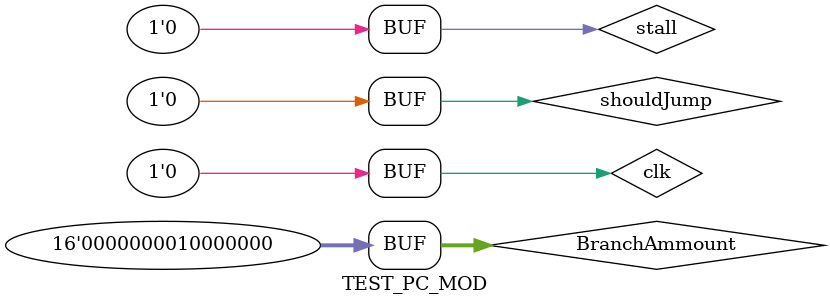
<source format=v>
`timescale 1ns / 1ps


module TEST_PC_MOD;

	// Inputs
	reg shouldJump;
	reg [15:0] BranchAmmount;
	reg clk;
   reg stall;
	// Outputs
	wire [15:0] PC;

	// Instantiate the Unit Under Test (UUT)
	PC_MOD uut (
		.shouldJump(shouldJump), 
		.BranchAmmount(BranchAmmount), 
		.clk(clk), 
		.PC(PC),
		.stall(stall)
	);

	initial begin
		// Initialize Inputs
		shouldJump = 0;
		BranchAmmount = 16'd128;
		clk = 0;
		
		stall = 1;
		#100;
		clk = 1;
		#100;
		clk = 0;	
		#100;
		clk = 1;
		#100;
		clk = 0;
 		#100;
		clk = 1;
		#100;
		clk = 0; 
		shouldJump = 1;
		#100;
		clk = 1;
		#100;
		clk = 0;
		shouldJump = 0;		
		#100;
		clk = 1;
		#100;
		clk = 0;
		#100;
		clk = 1;
		#100;
		clk = 0;
		stall = 0;
		#100;
		clk = 1;
		#100;
		clk = 0;	
		#100;
		clk = 1;
		#100;
		clk = 0;
 		#100;
		clk = 1;
		#100;
		clk = 0; 
		shouldJump = 1;
		#100;
		clk = 1;
		#100;
		clk = 0;
		shouldJump = 0;		
		#100;
		clk = 1;
		#100;
		clk = 0;
		#100;
		clk = 1;
		#100;
		clk = 0;			
	end
      
endmodule


</source>
